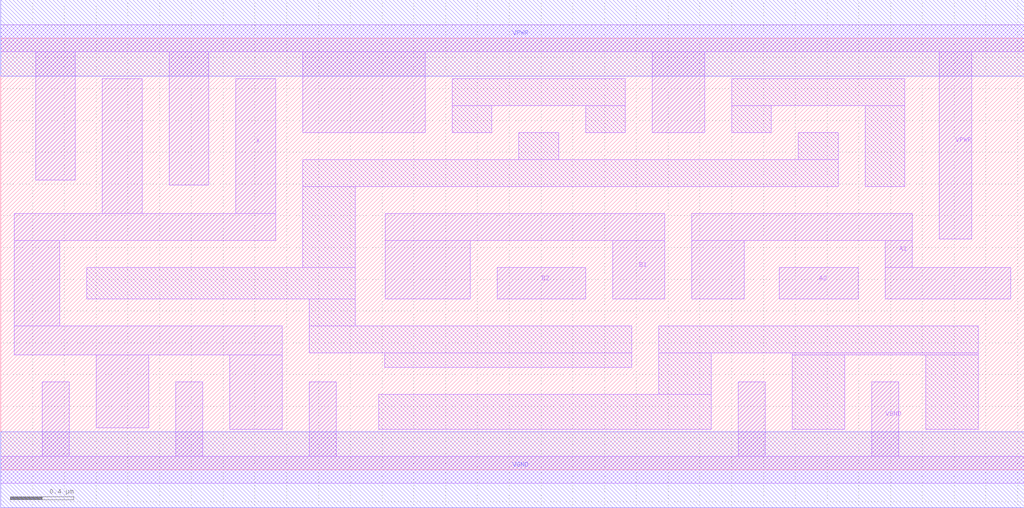
<source format=lef>
# Copyright 2020 The SkyWater PDK Authors
#
# Licensed under the Apache License, Version 2.0 (the "License");
# you may not use this file except in compliance with the License.
# You may obtain a copy of the License at
#
#     https://www.apache.org/licenses/LICENSE-2.0
#
# Unless required by applicable law or agreed to in writing, software
# distributed under the License is distributed on an "AS IS" BASIS,
# WITHOUT WARRANTIES OR CONDITIONS OF ANY KIND, either express or implied.
# See the License for the specific language governing permissions and
# limitations under the License.
#
# SPDX-License-Identifier: Apache-2.0

VERSION 5.5 ;
NAMESCASESENSITIVE ON ;
BUSBITCHARS "[]" ;
DIVIDERCHAR "/" ;
MACRO sky130_fd_sc_hd__o22a_4
  CLASS CORE ;
  SOURCE USER ;
  ORIGIN  0.000000  0.000000 ;
  SIZE  6.440000 BY  2.720000 ;
  SYMMETRY X Y R90 ;
  SITE unithd ;
  PIN A1
    ANTENNAGATEAREA  0.495000 ;
    DIRECTION INPUT ;
    USE SIGNAL ;
    PORT
      LAYER li1 ;
        RECT 4.350000 1.075000 4.680000 1.445000 ;
        RECT 4.350000 1.445000 5.735000 1.615000 ;
        RECT 5.565000 1.075000 6.355000 1.275000 ;
        RECT 5.565000 1.275000 5.735000 1.445000 ;
    END
  END A1
  PIN A2
    ANTENNAGATEAREA  0.495000 ;
    DIRECTION INPUT ;
    USE SIGNAL ;
    PORT
      LAYER li1 ;
        RECT 4.900000 1.075000 5.395000 1.275000 ;
    END
  END A2
  PIN B1
    ANTENNAGATEAREA  0.495000 ;
    DIRECTION INPUT ;
    USE SIGNAL ;
    PORT
      LAYER li1 ;
        RECT 2.420000 1.075000 2.955000 1.445000 ;
        RECT 2.420000 1.445000 4.180000 1.615000 ;
        RECT 3.850000 1.075000 4.180000 1.445000 ;
    END
  END B1
  PIN B2
    ANTENNAGATEAREA  0.495000 ;
    DIRECTION INPUT ;
    USE SIGNAL ;
    PORT
      LAYER li1 ;
        RECT 3.125000 1.075000 3.680000 1.275000 ;
    END
  END B2
  PIN X
    ANTENNADIFFAREA  0.891000 ;
    DIRECTION OUTPUT ;
    USE SIGNAL ;
    PORT
      LAYER li1 ;
        RECT 0.085000 0.725000 1.770000 0.905000 ;
        RECT 0.085000 0.905000 0.370000 1.445000 ;
        RECT 0.085000 1.445000 1.730000 1.615000 ;
        RECT 0.600000 0.265000 0.930000 0.725000 ;
        RECT 0.640000 1.615000 0.890000 2.465000 ;
        RECT 1.440000 0.255000 1.770000 0.725000 ;
        RECT 1.480000 1.615000 1.730000 2.465000 ;
    END
  END X
  PIN VGND
    DIRECTION INOUT ;
    SHAPE ABUTMENT ;
    USE GROUND ;
    PORT
      LAYER li1 ;
        RECT 0.000000 -0.085000 6.440000 0.085000 ;
        RECT 0.260000  0.085000 0.430000 0.555000 ;
        RECT 1.100000  0.085000 1.270000 0.555000 ;
        RECT 1.940000  0.085000 2.110000 0.555000 ;
        RECT 4.640000  0.085000 4.810000 0.555000 ;
        RECT 5.480000  0.085000 5.650000 0.555000 ;
    END
    PORT
      LAYER met1 ;
        RECT 0.000000 -0.240000 6.440000 0.240000 ;
    END
  END VGND
  PIN VNB
    DIRECTION INOUT ;
    USE GROUND ;
    PORT
    END
  END VNB
  PIN VPB
    DIRECTION INOUT ;
    USE POWER ;
    PORT
    END
  END VPB
  PIN VPWR
    DIRECTION INOUT ;
    SHAPE ABUTMENT ;
    USE POWER ;
    PORT
      LAYER li1 ;
        RECT 0.000000 2.635000 6.440000 2.805000 ;
        RECT 0.220000 1.825000 0.470000 2.635000 ;
        RECT 1.060000 1.795000 1.310000 2.635000 ;
        RECT 1.900000 2.125000 2.670000 2.635000 ;
        RECT 4.100000 2.125000 4.430000 2.635000 ;
        RECT 5.905000 1.455000 6.110000 2.635000 ;
    END
    PORT
      LAYER met1 ;
        RECT 0.000000 2.480000 6.440000 2.960000 ;
    END
  END VPWR
  OBS
    LAYER li1 ;
      RECT 0.540000 1.075000 2.230000 1.275000 ;
      RECT 1.900000 1.275000 2.230000 1.785000 ;
      RECT 1.900000 1.785000 5.270000 1.955000 ;
      RECT 1.940000 0.735000 3.970000 0.905000 ;
      RECT 1.940000 0.905000 2.230000 1.075000 ;
      RECT 2.380000 0.255000 4.470000 0.475000 ;
      RECT 2.415000 0.645000 3.970000 0.735000 ;
      RECT 2.840000 2.125000 3.090000 2.295000 ;
      RECT 2.840000 2.295000 3.930000 2.465000 ;
      RECT 3.260000 1.955000 3.510000 2.125000 ;
      RECT 3.680000 2.125000 3.930000 2.295000 ;
      RECT 4.140000 0.475000 4.470000 0.735000 ;
      RECT 4.140000 0.735000 6.150000 0.905000 ;
      RECT 4.600000 2.125000 4.850000 2.295000 ;
      RECT 4.600000 2.295000 5.690000 2.465000 ;
      RECT 4.980000 0.255000 5.310000 0.725000 ;
      RECT 4.980000 0.725000 6.150000 0.735000 ;
      RECT 5.020000 1.955000 5.270000 2.125000 ;
      RECT 5.440000 1.785000 5.690000 2.295000 ;
      RECT 5.820000 0.255000 6.150000 0.725000 ;
  END
END sky130_fd_sc_hd__o22a_4
END LIBRARY

</source>
